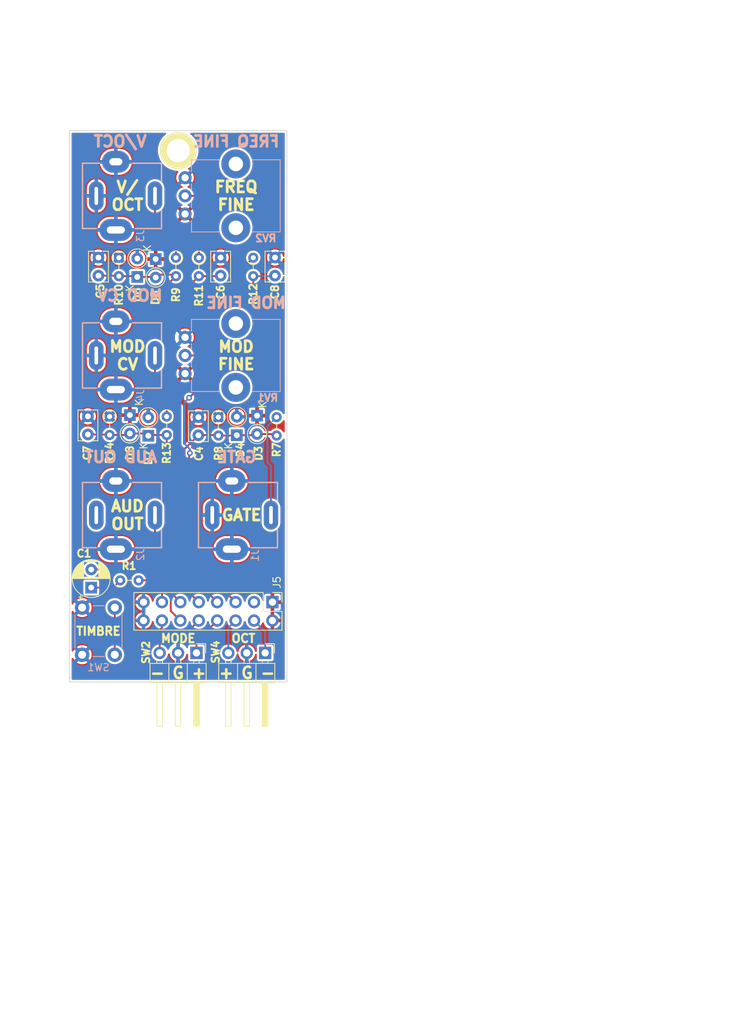
<source format=kicad_pcb>
(kicad_pcb (version 20211014) (generator pcbnew)
  (title_block (title "VCO CONTROLS PANEL") (date "2022-09-21") (rev "1") (company "LAND BOARDS, LLC"))
  (layers (0 "F.Cu" signal) (31 "B.Cu" signal) (34 "B.Paste" user) (35 "F.Paste" user) (36 "B.SilkS" user "B.Silkscreen") (37 "F.SilkS" user "F.Silkscreen") (38 "B.Mask" user) (39 "F.Mask" user) (44 "Edge.Cuts" user))
  (net 0 "")
  (net 1 "GND")
  (net 2 "+3V3")
  (net 3 "Net-(C1-Pad2)")
  (net 4 "/GATE_CTL")
  (net 5 "/FREQ_POT")
  (net 6 "/VPEROCT_CV")
  (net 7 "/MOD_POT")
  (net 8 "/MOD_CV")
  (net 9 "/AUD_OUT")
  (net 10 "/TIMBRE_PB")
  (net 11 "/MODE_UP_PB")
  (net 12 "/MODE_DN_PB")
  (net 13 "/CV")
  (net 14 "/GATE")
  (net 15 "/OCT_UP_PB")
  (net 16 "Net-(C1-Pad1)")
  (net 17 "/OCT_DN_PB")
  (net 18 "/V_OCT")
  (net 20 "/MOD_FINE")
  (net 21 "/FREQ_FINE")
  (footprint "Resistor_THT:R_Axial_DIN0204_L3.6mm_D1.6mm_P2.54mm_Vertical" (layer "F.Cu") (at 148.734 96.6 -90)
    (fp_text reference "R7" (at 4.5 0 90) (layer "F.SilkS") (effects (font (size 1.016 1.016) (thickness 0.254))))
    (fp_text value "220K")
    (pad "1" thru_hole circle (at 0 0 270) (size 1.4 1.4) (drill 0.7) (layers *.Cu *.Mask) (net 14 "/GATE"))
    (pad "2" thru_hole oval (at 2.54 0 270) (size 1.4 1.4) (drill 0.7) (layers *.Cu *.Mask) (net 4 "/GATE_CTL"))
  )
  (footprint "Diode_THT:D_DO-35_SOD27_P2.54mm_Vertical_KathodeUp" (layer "F.Cu") (at 132.049 74.810001 -90)
    (fp_text reference "D5" (at 5.311372 0.04 90) (layer "F.SilkS") (effects (font (size 1.016 1.016) (thickness 0.254))))
    (fp_text value "BAT41")
    (fp_text user "K" (at -1.515315 1.145686 90) (layer "F.SilkS"))
    (pad "1" thru_hole rect (at 0 0 270) (size 1.6 1.6) (drill 0.8) (layers *.Cu *.Mask) (net 2 "+3V3"))
    (pad "2" thru_hole oval (at 2.54 0 270) (size 1.6 1.6) (drill 0.8) (layers *.Cu *.Mask) (net 6 "/VPEROCT_CV"))
  )
  (footprint "Diode_THT:D_DO-35_SOD27_P2.54mm_Vertical_KathodeUp" (layer "F.Cu") (at 128.489 96.314315 -90)
    (fp_text reference "D8" (at 5.235685 0 90) (layer "F.SilkS") (effects (font (size 1.016 1.016) (thickness 0.254))))
    (fp_text value "BAT41")
    (fp_text user "K" (at -1.749315 -1.27 90) (layer "F.SilkS"))
    (pad "1" thru_hole rect (at 0 0 270) (size 1.6 1.6) (drill 0.8) (layers *.Cu *.Mask) (net 2 "+3V3"))
    (pad "2" thru_hole oval (at 2.54 0 270) (size 1.6 1.6) (drill 0.8) (layers *.Cu *.Mask) (net 8 "/MOD_CV"))
  )
  (footprint "Connector_PinHeader_2.54mm:PinHeader_1x03_P2.54mm_Horizontal" (layer "F.Cu") (at 137.679 129.1 -90)
    (fp_text reference "SW2" (at -0.070002 6.969989 -90) (layer "F.SilkS") (effects (font (size 1.016 1.016) (thickness 0.254))))
    (fp_text value "SW_SPDT_MSM")
    (pad "1" thru_hole rect (at 0 0 270) (size 1.7 1.7) (drill 1) (layers *.Cu *.Mask) (net 11 "/MODE_UP_PB"))
    (pad "2" thru_hole oval (at 0 2.54 270) (size 1.7 1.7) (drill 1) (layers *.Cu *.Mask) (net 1 "GND"))
    (pad "3" thru_hole oval (at 0 5.08 270) (size 1.7 1.7) (drill 1) (layers *.Cu *.Mask) (net 12 "/MODE_DN_PB"))
  )
  (footprint "Diode_THT:D_DO-35_SOD27_P2.54mm_Vertical_KathodeUp" (layer "F.Cu") (at 129.509 77.275686 90)
    (fp_text reference "D6" (at -2.46 0 90) (layer "F.SilkS") (effects (font (size 1.016 1.016) (thickness 0.254))))
    (fp_text value "BAT41")
    (fp_text user "K" (at -1.552314 -1.016 90) (layer "F.SilkS"))
    (pad "1" thru_hole rect (at 0 0 90) (size 1.6 1.6) (drill 0.8) (layers *.Cu *.Mask) (net 6 "/VPEROCT_CV"))
    (pad "2" thru_hole oval (at 2.54 0 90) (size 1.6 1.6) (drill 0.8) (layers *.Cu *.Mask) (net 1 "GND"))
  )
  (footprint "Resistor_THT:R_Axial_DIN0204_L3.6mm_D1.6mm_P2.54mm_Vertical" (layer "F.Cu") (at 133.569 96.52 -90)
    (fp_text reference "R13" (at 5.03 0 90) (layer "F.SilkS") (effects (font (size 1.016 1.016) (thickness 0.254))))
    (fp_text value "22K")
    (pad "1" thru_hole circle (at 0 0 270) (size 1.4 1.4) (drill 0.7) (layers *.Cu *.Mask) (net 13 "/CV"))
    (pad "2" thru_hole oval (at 2.54 0 270) (size 1.4 1.4) (drill 0.7) (layers *.Cu *.Mask) (net 8 "/MOD_CV"))
  )
  (footprint "Resistor_THT:R_Axial_DIN0204_L3.6mm_D1.6mm_P2.54mm_Vertical" (layer "F.Cu") (at 145.509 74.63 -90)
    (fp_text reference "R12" (at 5 0 90) (layer "F.SilkS") (effects (font (size 1.016 1.016) (thickness 0.254))))
    (fp_text value "1K")
    (pad "1" thru_hole circle (at 0 0 270) (size 1.4 1.4) (drill 0.7) (layers *.Cu *.Mask) (net 20 "/MOD_FINE"))
    (pad "2" thru_hole oval (at 2.54 0 270) (size 1.4 1.4) (drill 0.7) (layers *.Cu *.Mask) (net 7 "/MOD_POT"))
  )
  (footprint "Capacitor_THT:C_Rect_L4.0mm_W2.5mm_P2.50mm" (layer "F.Cu") (at 137.939 99.1 90)
    (fp_text reference "C4" (at -2.53 0.074 90) (layer "F.SilkS") (effects (font (size 1.016 1.016) (thickness 0.254))))
    (fp_text value "0.01uF")
    (pad "1" thru_hole circle (at 0 0 90) (size 1.6 1.6) (drill 0.8) (layers *.Cu *.Mask) (net 4 "/GATE_CTL"))
    (pad "2" thru_hole circle (at 2.5 0 90) (size 1.6 1.6) (drill 0.8) (layers *.Cu *.Mask) (net 1 "GND"))
  )
  (footprint "Capacitor_THT:C_Rect_L4.0mm_W2.5mm_P2.50mm" (layer "F.Cu") (at 124.154 77.1 90)
    (fp_text reference "C5" (at -2.135686 0.249314 90) (layer "F.SilkS") (effects (font (size 1.016 1.016) (thickness 0.254))))
    (fp_text value "0.01uF")
    (pad "1" thru_hole circle (at 0 0 90) (size 1.6 1.6) (drill 0.8) (layers *.Cu *.Mask) (net 6 "/VPEROCT_CV"))
    (pad "2" thru_hole circle (at 2.5 0 90) (size 1.6 1.6) (drill 0.8) (layers *.Cu *.Mask) (net 1 "GND"))
  )
  (footprint "Connector_PinHeader_2.54mm:PinHeader_1x03_P2.54mm_Horizontal" (layer "F.Cu") (at 147.154 129.1 -90)
    (fp_text reference "SW4" (at -0.127 6.842989 -90) (layer "F.SilkS") (effects (font (size 1.016 1.016) (thickness 0.254))))
    (fp_text value "SW_SPDT_MSM")
    (pad "1" thru_hole rect (at 0 0 270) (size 1.7 1.7) (drill 1) (layers *.Cu *.Mask) (net 17 "/OCT_DN_PB"))
    (pad "2" thru_hole oval (at 0 2.54 270) (size 1.7 1.7) (drill 1) (layers *.Cu *.Mask) (net 1 "GND"))
    (pad "3" thru_hole oval (at 0 5.08 270) (size 1.7 1.7) (drill 1) (layers *.Cu *.Mask) (net 15 "/OCT_UP_PB"))
  )
  (footprint "Diode_THT:D_DO-35_SOD27_P2.54mm_Vertical_KathodeUp" (layer "F.Cu") (at 143.24 99.09 90)
    (fp_text reference "D4" (at -2.01 0.494 90) (layer "F.SilkS") (effects (font (size 1.016 1.016) (thickness 0.254))))
    (fp_text value "BAT41")
    (fp_text user "K" (at -1.466628 -1.143 90) (layer "F.SilkS"))
    (pad "1" thru_hole rect (at 0 0 90) (size 1.6 1.6) (drill 0.8) (layers *.Cu *.Mask) (net 4 "/GATE_CTL"))
    (pad "2" thru_hole oval (at 2.54 0 90) (size 1.6 1.6) (drill 0.8) (layers *.Cu *.Mask) (net 1 "GND"))
  )
  (footprint "Resistor_THT:R_Axial_DIN0204_L3.6mm_D1.6mm_P2.54mm_Vertical" (layer "F.Cu") (at 140.7 96.6 -90)
    (fp_text reference "R8" (at 5 -0.034 90) (layer "F.SilkS") (effects (font (size 1.016 1.016) (thickness 0.254))))
    (fp_text value "330K")
    (pad "1" thru_hole circle (at 0 0 270) (size 1.4 1.4) (drill 0.7) (layers *.Cu *.Mask) (net 1 "GND"))
    (pad "2" thru_hole oval (at 2.54 0 270) (size 1.4 1.4) (drill 0.7) (layers *.Cu *.Mask) (net 4 "/GATE_CTL"))
  )
  (footprint "Resistor_THT:R_Axial_DIN0204_L3.6mm_D1.6mm_P2.54mm_Vertical" (layer "F.Cu") (at 134.843 74.63 -90)
    (fp_text reference "R9" (at 5.105686 0 90) (layer "F.SilkS") (effects (font (size 1.016 1.016) (thickness 0.254))))
    (fp_text value "220K")
    (pad "1" thru_hole circle (at 0 0 270) (size 1.4 1.4) (drill 0.7) (layers *.Cu *.Mask) (net 18 "/V_OCT"))
    (pad "2" thru_hole oval (at 2.54 0 270) (size 1.4 1.4) (drill 0.7) (layers *.Cu *.Mask) (net 6 "/VPEROCT_CV"))
  )
  (footprint "Capacitor_THT:C_Rect_L4.0mm_W2.5mm_P2.50mm" (layer "F.Cu") (at 122.699 98.99 90)
    (fp_text reference "C7" (at -2.56 -0.08 90) (layer "F.SilkS") (effects (font (size 1.016 1.016) (thickness 0.254))))
    (fp_text value "0.01uF")
    (pad "1" thru_hole circle (at 0 0 90) (size 1.6 1.6) (drill 0.8) (layers *.Cu *.Mask) (net 8 "/MOD_CV"))
    (pad "2" thru_hole circle (at 2.5 0 90) (size 1.6 1.6) (drill 0.8) (layers *.Cu *.Mask) (net 1 "GND"))
  )
  (footprint "LandBoards_MountHoles:MTG-4-40-SMALL" (layer "F.Cu") (at 135.154 59.85)
    (fp_text reference "MTG1" hide)
    (fp_text value "MTG_HOLE" hide)
    (pad "1" thru_hole circle locked (at 0 0) (size 5 5) (drill 3.175) (layers *.Cu *.Mask "F.SilkS"))
  )
  (footprint "Diode_THT:D_DO-35_SOD27_P2.54mm_Vertical_KathodeUp" (layer "F.Cu") (at 131.029 99.165686 90)
    (fp_text reference "D7" (at -3.019314 0 90) (layer "F.SilkS") (effects (font (size 1.016 1.016) (thickness 0.254))))
    (fp_text value "BAT41")
    (fp_text user "K" (at -1.397 -0.635 90) (layer "F.SilkS"))
    (pad "1" thru_hole rect (at 0 0 90) (size 1.6 1.6) (drill 0.8) (layers *.Cu *.Mask) (net 8 "/MOD_CV"))
    (pad "2" thru_hole oval (at 2.54 0 90) (size 1.6 1.6) (drill 0.8) (layers *.Cu *.Mask) (net 1 "GND"))
  )
  (footprint "Resistor_THT:R_Axial_DIN0204_L3.6mm_D1.6mm_P2.54mm_Vertical" (layer "F.Cu") (at 127.154 119.1)
    (fp_text reference "R1" (at 1.22 -2 180) (layer "F.SilkS") (effects (font (size 1.016 1.016) (thickness 0.254))))
    (fp_text value "330")
    (pad "1" thru_hole circle (at 0 0) (size 1.4 1.4) (drill 0.7) (layers *.Cu *.Mask) (net 16 "Net-(C1-Pad1)"))
    (pad "2" thru_hole oval (at 2.54 0) (size 1.4 1.4) (drill 0.7) (layers *.Cu *.Mask) (net 9 "/AUD_OUT"))
  )
  (footprint "" (layer "F.Cu") (at 187.654 172.6)
    (fp_text reference "" (at 0 0) (layer "F.SilkS") (effects (font (size 1.27 1.27))))
    (fp_text value "" (at 0 0) (layer "F.SilkS") (effects (font (size 1.27 1.27))))
    (pad "" np_thru_hole oval (at 0 0) (size 12 3.2) (drill oval 12 3.2) (layers F&B.Cu *.Mask))
  )
  (footprint "Diode_THT:D_DO-35_SOD27_P2.54mm_Vertical_KathodeUp" (layer "F.Cu") (at 146.034 96.394315 -90)
    (fp_text reference "D3" (at 5.205685 -0.2 90) (layer "F.SilkS") (effects (font (size 1.016 1.016) (thickness 0.254))))
    (fp_text value "BAT41")
    (fp_text user "K" (at -1.524001 -0.762 90) (layer "F.SilkS"))
    (pad "1" thru_hole rect (at 0 0 270) (size 1.6 1.6) (drill 0.8) (layers *.Cu *.Mask) (net 2 "+3V3"))
    (pad "2" thru_hole oval (at 2.54 0 270) (size 1.6 1.6) (drill 0.8) (layers *.Cu *.Mask) (net 4 "/GATE_CTL"))
  )
  (footprint "Connector_PinHeader_2.54mm:PinHeader_2x08_P2.54mm_Vertical" (layer "F.Cu") (at 148.154 122.1 -90)
    (fp_text reference "J5" (at -2.725 -0.625 90) (layer "F.SilkS"))
    (fp_text value "Conn_01x16")
    (pad "1" thru_hole rect (at 0 0 270) (size 1.7 1.7) (drill 1) (layers *.Cu *.Mask) (net 2 "+3V3"))
    (pad "2" thru_hole oval (at 2.54 0 270) (size 1.7 1.7) (drill 1) (layers *.Cu *.Mask) (net 2 "+3V3"))
    (pad "3" thru_hole oval (at 0 2.54 270) (size 1.7 1.7) (drill 1) (layers *.Cu *.Mask))
    (pad "4" thru_hole oval (at 2.54 2.54 270) (size 1.7 1.7) (drill 1) (layers *.Cu *.Mask) (net 17 "/OCT_DN_PB"))
    (pad "5" thru_hole oval (at 0 5.08 270) (size 1.7 1.7) (drill 1) (layers *.Cu *.Mask) (net 7 "/MOD_POT"))
    (pad "6" thru_hole oval (at 2.54 5.08 270) (size 1.7 1.7) (drill 1) (layers *.Cu *.Mask) (net 15 "/OCT_UP_PB"))
    (pad "7" thru_hole oval (at 0 7.62 270) (size 1.7 1.7) (drill 1) (layers *.Cu *.Mask) (net 4 "/GATE_CTL"))
    (pad "8" thru_hole oval (at 2.54 7.62 270) (size 1.7 1.7) (drill 1) (layers *.Cu *.Mask) (net 11 "/MODE_UP_PB"))
    (pad "9" thru_hole oval (at 0 10.16 270) (size 1.7 1.7) (drill 1) (layers *.Cu *.Mask) (net 5 "/FREQ_POT"))
    (pad "10" thru_hole oval (at 2.54 10.16 270) (size 1.7 1.7) (drill 1) (layers *.Cu *.Mask) (net 12 "/MODE_DN_PB"))
    (pad "11" thru_hole oval (at 0 12.7 270) (size 1.7 1.7) (drill 1) (layers *.Cu *.Mask) (net 6 "/VPEROCT_CV"))
    (pad "12" thru_hole oval (at 2.54 12.7 270) (size 1.7 1.7) (drill 1) (layers *.Cu *.Mask) (net 8 "/MOD_CV"))
    (pad "13" thru_hole oval (at 0 15.24 270) (size 1.7 1.7) (drill 1) (layers *.Cu *.Mask) (net 9 "/AUD_OUT"))
    (pad "14" thru_hole oval (at 2.54 15.24 270) (size 1.7 1.7) (drill 1) (layers *.Cu *.Mask) (net 10 "/TIMBRE_PB"))
    (pad "15" thru_hole oval (at 0 17.78 270) (size 1.7 1.7) (drill 1) (layers *.Cu *.Mask) (net 1 "GND"))
    (pad "16" thru_hole oval (at 2.54 17.78 270) (size 1.7 1.7) (drill 1) (layers *.Cu *.Mask) (net 1 "GND"))
  )
  (footprint "Resistor_THT:R_Axial_DIN0204_L3.6mm_D1.6mm_P2.54mm_Vertical" (layer "F.Cu") (at 138.009 74.63 -90)
    (fp_text reference "R11" (at 5.22 0 -90) (layer "F.SilkS") (effects (font (size 1.016 1.016) (thickness 0.254))))
    (fp_text value "1K")
    (pad "1" thru_hole circle (at 0 0 270) (size 1.4 1.4) (drill 0.7) (layers *.Cu *.Mask) (net 21 "/FREQ_FINE"))
    (pad "2" thru_hole oval (at 2.54 0 270) (size 1.4 1.4) (drill 0.7) (layers *.Cu *.Mask) (net 5 "/FREQ_POT"))
  )
  (footprint "Resistor_THT:R_Axial_DIN0204_L3.6mm_D1.6mm_P2.54mm_Vertical" (layer "F.Cu") (at 125.694 96.52 -90)
    (fp_text reference "R14" (at 5.03 0 90) (layer "F.SilkS") (effects (font (size 1.016 1.016) (thickness 0.254))))
    (fp_text value "33K")
    (pad "1" thru_hole circle (at 0 0 270) (size 1.4 1.4) (drill 0.7) (layers *.Cu *.Mask) (net 1 "GND"))
    (pad "2" thru_hole oval (at 2.54 0 270) (size 1.4 1.4) (drill 0.7) (layers *.Cu *.Mask) (net 8 "/MOD_CV"))
  )
  (footprint "Capacitor_THT:C_Rect_L4.0mm_W2.5mm_P2.50mm" (layer "F.Cu") (at 148.509 77.1 90)
    (fp_text reference "C8" (at -2.25 0 90) (layer "F.SilkS") (effects (font (size 1.016 1.016) (thickness 0.254))))
    (fp_text value "0.1uF")
    (pad "1" thru_hole circle (at 0 0 90) (size 1.6 1.6) (drill 0.8) (layers *.Cu *.Mask) (net 7 "/MOD_POT"))
    (pad "2" thru_hole circle (at 2.5 0 90) (size 1.6 1.6) (drill 0.8) (layers *.Cu *.Mask) (net 1 "GND"))
  )
  (footprint "Capacitor_THT:CP_Radial_D5.0mm_P2.50mm" (layer "F.Cu") (at 123.154 120.1 90)
    (fp_text reference "C1" (at 4.705113 -1 180) (layer "F.SilkS") (effects (font (size 1.016 1.016) (thickness 0.254))))
    (fp_text value "47uF")
    (pad "1" thru_hole rect (at 0 0 90) (size 1.6 1.6) (drill 0.8) (layers *.Cu *.Mask) (net 16 "Net-(C1-Pad1)"))
    (pad "2" thru_hole circle (at 2.5 0 90) (size 1.6 1.6) (drill 0.8) (layers *.Cu *.Mask) (net 3 "Net-(C1-Pad2)"))
  )
  (footprint "" (layer "F.Cu") (at 187.654 50.1)
    (fp_text reference "" (at 0 0) (layer "F.SilkS") (effects (font (size 1.27 1.27))))
    (fp_text value "" (at 0 0) (layer "F.SilkS") (effects (font (size 1.27 1.27))))
    (pad "" np_thru_hole oval (at 0 0) (size 12 3.2) (drill oval 12 3.2) (layers F&B.Cu *.Mask))
  )
  (footprint "Resistor_THT:R_Axial_DIN0204_L3.6mm_D1.6mm_P2.54mm_Vertical" (layer "F.Cu") (at 126.969 74.63 -90)
    (fp_text reference "R10" (at 5.105686 0 90) (layer "F.SilkS") (effects (font (size 1.016 1.016) (thickness 0.254))))
    (fp_text value "330K")
    (pad "1" thru_hole circle (at 0 0 270) (size 1.4 1.4) (drill 0.7) (layers *.Cu *.Mask) (net 1 "GND"))
    (pad "2" thru_hole oval (at 2.54 0 270) (size 1.4 1.4) (drill 0.7) (layers *.Cu *.Mask) (net 6 "/VPEROCT_CV"))
  )
  (footprint "Capacitor_THT:C_Rect_L4.0mm_W2.5mm_P2.50mm" (layer "F.Cu") (at 141.009 77.1 90)
    (fp_text reference "C6" (at -2.25 0 90) (layer "F.SilkS") (effects (font (size 1.016 1.016) (thickness 0.254))))
    (fp_text value "0.1uF")
    (pad "1" thru_hole circle (at 0 0 90) (size 1.6 1.6) (drill 0.8) (layers *.Cu *.Mask) (net 5 "/FREQ_POT"))
    (pad "2" thru_hole circle (at 2.5 0 90) (size 1.6 1.6) (drill 0.8) (layers *.Cu *.Mask) (net 1 "GND"))
  )
  (footprint "Potentiometer_THT:Potentiometer_Bourns_PTV09A-1_Single_Vertical" (layer "B.Cu") (at 136.104 63.6)
    (fp_text reference "RV2" (at 11.13 8.342) (layer "B.SilkS") (effects (font (size 1.016 1.016) (thickness 0.254)) (justify mirror)))
    (fp_text value "10K")
    (pad "" np_thru_hole circle (at 7 -1.9) (size 4 4) (drill 2) (layers *.Cu *.Mask))
    (pad "" np_thru_hole circle (at 7 6.9) (size 4 4) (drill 2) (layers *.Cu *.Mask))
    (pad "1" thru_hole circle (at 0 0) (size 1.8 1.8) (drill 1) (layers *.Cu *.Mask) (net 1 "GND"))
    (pad "2" thru_hole circle (at 0 2.5) (size 1.8 1.8) (drill 1) (layers *.Cu *.Mask) (net 21 "/FREQ_FINE"))
    (pad "3" thru_hole circle (at 0 5) (size 1.8 1.8) (drill 1) (layers *.Cu *.Mask) (net 2 "+3V3"))
  )
  (footprint "Button_Switch_THT:SW_PUSH_6mm_H5mm" (layer "B.Cu") (at 121.904 122.85 -90)
    (fp_text reference "SW1" (at 8.25 -2.25 180) (layer "B.SilkS") (effects (justify mirror)))
    (fp_text value "SW_Push")
    (pad "1" thru_hole circle (at 0 0 180) (size 2 2) (drill 1.1) (layers *.Cu *.Mask) (net 1 "GND"))
    (pad "1" thru_hole circle (at 6.5 0 180) (size 2 2) (drill 1.1) (layers *.Cu *.Mask) (net 1 "GND"))
    (pad "2" thru_hole circle (at 0 -4.5 180) (size 2 2) (drill 1.1) (layers *.Cu *.Mask) (net 10 "/TIMBRE_PB"))
    (pad "2" thru_hole circle (at 6.5 -4.5 180) (size 2 2) (drill 1.1) (layers *.Cu *.Mask) (net 10 "/TIMBRE_PB"))
  )
  (footprint "AudioJacks:Jack_3.5mm_QingPu_WQP-PJ301BM_Vertical" (layer "B.Cu") (at 127.154 88.1 90)
    (fp_text reference "J4" (at -5.507 2.794 270) (layer "B.SilkS") (effects (justify mirror)))
    (fp_text value "PJ-301BM")
    (pad "S" thru_hole oval locked (at -4.7 -0.6) (size 4.5 3) (drill oval 2.5 1) (layers *.Cu *.Mask) (net 1 "GND"))
    (pad "S" thru_hole oval locked (at 4.7 -0.6) (size 3.8 3) (drill oval 1.8 1) (layers *.Cu *.Mask) (net 1 "GND"))
    (pad "T" thru_hole oval locked (at 0 4.8 90) (size 4 2) (drill oval 2.5 0.5) (layers *.Cu *.Mask) (net 13 "/CV"))
    (pad "TN" thru_hole oval locked (at 0 -3.3 90) (size 4 2) (drill oval 2.5 0.5) (layers *.Cu *.Mask) (net 1 "GND"))
  )
  (footprint "Potentiometer_THT:Potentiometer_Bourns_PTV09A-1_Single_Vertical" (layer "B.Cu") (at 136.104 85.6)
    (fp_text reference "RV1" (at 11.384 8.342) (layer "B.SilkS") (effects (font (size 1.016 1.016) (thickness 0.254)) (justify mirror)))
    (fp_text value "10K")
    (pad "" np_thru_hole circle (at 7 -1.9) (size 4 4) (drill 2) (layers *.Cu *.Mask))
    (pad "" np_thru_hole circle (at 7 6.9) (size 4 4) (drill 2) (layers *.Cu *.Mask))
    (pad "1" thru_hole circle (at 0 0) (size 1.8 1.8) (drill 1) (layers *.Cu *.Mask) (net 1 "GND"))
    (pad "2" thru_hole circle (at 0 2.5) (size 1.8 1.8) (drill 1) (layers *.Cu *.Mask) (net 20 "/MOD_FINE"))
    (pad "3" thru_hole circle (at 0 5) (size 1.8 1.8) (drill 1) (layers *.Cu *.Mask) (net 2 "+3V3"))
  )
  (footprint "AudioJacks:Jack_3.5mm_QingPu_WQP-PJ301BM_Vertical" (layer "B.Cu") (at 143.154 110.1 90)
    (fp_text reference "J1" (at -5.588 2.605 270) (layer "B.SilkS") (effects (justify mirror)))
    (fp_text value "PJ-301BM")
    (pad "S" thru_hole oval locked (at 4.7 -0.6) (size 3.8 3) (drill oval 1.8 1) (layers *.Cu *.Mask) (net 1 "GND"))
    (pad "S" thru_hole oval locked (at -4.7 -0.6) (size 4.5 3) (drill oval 2.5 1) (layers *.Cu *.Mask) (net 1 "GND"))
    (pad "T" thru_hole oval locked (at 0 4.8 90) (size 4 2) (drill oval 2.5 0.5) (layers *.Cu *.Mask) (net 14 "/GATE"))
    (pad "TN" thru_hole oval locked (at 0 -3.3 90) (size 4 2) (drill oval 2.5 0.5) (layers *.Cu *.Mask) (net 1 "GND"))
  )
  (footprint "AudioJacks:Jack_3.5mm_QingPu_WQP-PJ301BM_Vertical" (layer "B.Cu") (at 127.154 66.1 90)
    (fp_text reference "J3" (at -5.507 2.794 270) (layer "B.SilkS") (effects (justify mirror)))
    (fp_text value "PJ-301BM")
    (pad "S" thru_hole oval locked (at 4.7 -0.6) (size 3.8 3) (drill oval 1.8 1) (layers *.Cu *.Mask) (net 1 "GND"))
    (pad "S" thru_hole oval locked (at -4.7 -0.6) (size 4.5 3) (drill oval 2.5 1) (layers *.Cu *.Mask) (net 1 "GND"))
    (pad "T" thru_hole oval locked (at 0 4.8 90) (size 4 2) (drill oval 2.5 0.5) (layers *.Cu *.Mask) (net 18 "/V_OCT"))
    (pad "TN" thru_hole oval locked (at 0 -3.3 90) (size 4 2) (drill oval 2.5 0.5) (layers *.Cu *.Mask) (net 1 "GND"))
  )
  (footprint "AudioJacks:Jack_3.5mm_QingPu_WQP-PJ301BM_Vertical" (layer "B.Cu") (at 127.154 110.1 90)
    (fp_text reference "J2" (at -5.461 2.794 270) (layer "B.SilkS") (effects (justify mirror)))
    (fp_text value "PJ-301BM")
    (pad "S" thru_hole oval locked (at 4.7 -0.6) (size 3.8 3) (drill oval 1.8 1) (layers *.Cu *.Mask) (net 1 "GND"))
    (pad "S" thru_hole oval locked (at -4.7 -0.6) (size 4.5 3) (drill oval 2.5 1) (layers *.Cu *.Mask) (net 1 "GND"))
    (pad "T" thru_hole oval locked (at 0 4.8 90) (size 4 2) (drill oval 2.5 0.5) (layers *.Cu *.Mask) (net 3 "Net-(C1-Pad2)"))
    (pad "TN" thru_hole oval locked (at 0 -3.3 90) (size 4 2) (drill oval 2.5 0.5) (layers *.Cu *.Mask))
  )
  (gr_rect (start 120.154 57.1) (end 150.154 133.1) (layer "Edge.Cuts") (width 0.1) (fill none))
  (gr_text "GATE" (at 143.234 102.1) (layer "B.SilkS") (effects (font (size 1.524 1.524) (thickness 0.381)) (justify mirror)))
  (gr_text "AUD OUT" (at 127.234 102.1) (layer "B.SilkS") (effects (font (size 1.524 1.524) (thickness 0.381)) (justify mirror)))
  (gr_text "FREQ FINE" (at 143.154 58.6) (layer "B.SilkS") (effects (font (size 1.5 1.5) (thickness 0.375)) (justify mirror)))
  (gr_text "MOD FINE" (at 144.509 80.85) (layer "B.SilkS") (effects (font (size 1.5 1.5) (thickness 0.375)) (justify mirror)))
  (gr_text "MOD CV" (at 128.509 79.85) (layer "B.SilkS") (effects (font (size 1.524 1.524) (thickness 0.381)) (justify mirror)))
  (gr_text "V/OCT" (at 127.154 58.6) (layer "B.SilkS") (effects (font (size 1.524 1.524) (thickness 0.381)) (justify mirror)))
  (gr_text "MOD\nFINE" (at 143.154 88.1) (layer "F.SilkS") (effects (font (size 1.5 1.5) (thickness 0.375))))
  (gr_text "- G +" (at 135.154 131.85) (layer "F.SilkS") (effects (font (size 1.5748 1.524) (thickness 0.34925))))
  (gr_text "MODE" (at 135.154 127.1) (layer "F.SilkS") (effects (font (size 1.143 1.143) (thickness 0.28575))))
  (gr_text "GATE" (at 143.904 110.1) (layer "F.SilkS") (effects (font (size 1.524 1.524) (thickness 0.381))))
  (gr_text "TIMBRE" (at 124.154 126.1) (layer "F.SilkS") (effects (font (size 1.143 1.143) (thickness 0.28575))))
  (gr_text "AUD\nOUT" (at 128.154 110.1) (layer "F.SilkS") (effects (font (size 1.524 1.524) (thickness 0.381))))
  (gr_text "V/\nOCT" (at 128.154 66.1) (layer "F.SilkS") (effects (font (size 1.524 1.524) (thickness 0.381))))
  (gr_text "OCT" (at 144.154 127.1) (layer "F.SilkS") (effects (font (size 1.143 1.143) (thickness 0.28575))))
  (gr_text "MOD\nCV" (at 128.154 88.1) (layer "F.SilkS") (effects (font (size 1.524 1.524) (thickness 0.381))))
  (gr_text "FREQ\nFINE" (at 143.154 66.1) (layer "F.SilkS") (effects (font (size 1.524 1.524) (thickness 0.381))))
  (gr_text "+ G -" (at 144.654 131.85) (layer "F.SilkS") (effects (font (size 1.5748 1.524) (thickness 0.34925))))
  (segment (start 131.954 114.52) (end 131.954 110.1) (width 0.254) (layer "F.Cu") (net 3))
  (segment (start 128.874 117.6) (end 131.954 114.52) (width 0.254) (layer "F.Cu") (net 3))
  (segment (start 123.154 117.6) (end 128.874 117.6) (width 0.254) (layer "F.Cu") (net 3))
  (segment (start 143.24 99.09) (end 145.878315 99.09) (width 0.25) (layer "F.Cu") (net 4))
  (segment (start 136.034 100.915) (end 136.124 100.915) (width 0.254) (layer "F.Cu") (net 4))
  (segment (start 136.124 100.915) (end 137.939 99.1) (width 0.254) (layer "F.Cu") (net 4))
  (segment (start 146.034 98.934315) (end 148.528315 98.934315) (width 0.25) (layer "F.Cu") (net 4))
  (segment (start 140.534 122.1) (end 136.034 117.6) (width 0.254) (layer "F.Cu") (net 4))
  (segment (start 140.7 99.14) (end 143.19 99.14) (width 0.25) (layer "F.Cu") (net 4))
  (segment (start 136.034 117.6) (end 136.034 100.915) (width 0.254) (layer "F.Cu") (net 4))
  (segment (start 138.16 99.07) (end 140.63 99.07) (width 0.25) (layer "F.Cu") (net 4))
  (segment (start 138.009 77.17) (end 140.939 77.17) (width 0.254) (layer "F.Cu") (net 5))
  (segment (start 134.58252 94.377146) (end 134.58252 80.59648) (width 0.254) (layer "F.Cu") (net 5))
  (segment (start 135.399 95.193626) (end 134.58252 94.377146) (width 0.254) (layer "F.Cu") (net 5))
  (segment (start 134.58252 80.59648) (end 138.009 77.17) (width 0.254) (layer "F.Cu") (net 5))
  (segment (start 135.399 119.505) (end 135.399 95.193626) (width 0.254) (layer "F.Cu") (net 5))
  (segment (start 137.994 122.1) (end 135.399 119.505) (width 0.254) (layer "F.Cu") (net 5))
  (segment (start 134.129 77.884) (end 134.843 77.17) (width 0.254) (layer "F.Cu") (net 6))
  (segment (start 129.509 77.275686) (end 131.737628 77.275686) (width 0.25) (layer "F.Cu") (net 6))
  (segment (start 134.595511 117.412009) (end 134.595511 95.031511) (width 0.254) (layer "F.Cu") (net 6))
  (segment (start 132.049 76.964314) (end 134.637314 76.964314) (width 0.25) (layer "F.Cu") (net 6))
  (segment (start 134.595511 95.031511) (end 134.129 94.565) (width 0.254) (layer "F.Cu") (net 6))
  (segment (start 134.58252 121.22852) (end 134.58252 117.425) (width 0.254) (layer "F.Cu") (net 6))
  (segment (start 134.58252 117.425) (end 134.595511 117.412009) (width 0.254) (layer "F.Cu") (net 6))
  (segment (start 126.969 77.17) (end 129.403314 77.17) (width 0.25) (layer "F.Cu") (net 6))
  (segment (start 134.129 94.565) (end 134.129 77.884) (width 0.254) (layer "F.Cu") (net 6))
  (segment (start 135.454 122.1) (end 134.58252 121.22852) (width 0.254) (layer "F.Cu") (net 6))
  (segment (start 124.154 77.1) (end 126.899 77.1) (width 0.25) (layer "F.Cu") (net 6))
  (segment (start 142.384 88.215) (end 144.924 88.215) (width 0.254) (layer "F.Cu") (net 7))
  (segment (start 144.924 88.215) (end 146.194 86.945) (width 0.254) (layer "F.Cu") (net 7))
  (segment (start 136.669 101.6415) (end 136.7605 101.55) (width 0.254) (layer "F.Cu") (net 7))
  (segment (start 136.669 115.695) (end 136.669 101.6415) (width 0.254) (layer "F.Cu") (net 7))
  (segment (start 146.194 79.96) (end 145.509 79.275) (width 0.254) (layer "F.Cu") (net 7))
  (segment (start 143.074 122.1) (end 136.669 115.695) (width 0.254) (layer "F.Cu") (net 7))
  (segment (start 145.509 79.275) (end 145.509 77.17) (width 0.254) (layer "F.Cu") (net 7))
  (segment (start 146.194 86.945) (end 146.194 79.96) (width 0.254) (layer "F.Cu") (net 7))
  (segment (start 136.669 93.93) (end 142.384 88.215) (width 0.254) (layer "F.Cu") (net 7))
  (via (at 136.7605 101.55) (size 0.8) (drill 0.4) (layers "F.Cu" "B.Cu") (net 7))
  (via (at 136.669 93.93) (size 0.8) (drill 0.4) (layers "F.Cu" "B.Cu") (net 7))
  (segment (start 136.034 99.01) (end 136.034 94.565) (width 0.254) (layer "B.Cu") (net 7))
  (segment (start 136.7605 101.0065) (end 136.034 100.28) (width 0.254) (layer "B.Cu") (net 7))
  (segment (start 145.509 77.17) (end 148.439 77.17) (width 0.254) (layer "B.Cu") (net 7))
  (segment (start 136.7605 101.55) (end 136.7605 101.0065) (width 0.254) (layer "B.Cu") (net 7))
  (segment (start 136.034 94.565) (end 136.669 93.93) (width 0.254) (layer "B.Cu") (net 7))
  (segment (start 136.034 100.28) (end 136.034 99.01) (width 0.254) (layer "B.Cu") (net 7))
  (segment (start 133.494 102.185) (end 133.569 102.11) (width 0.254) (layer "F.Cu") (net 8))
  (segment (start 125.694 99.06) (end 128.283315 99.06) (width 0.25) (layer "F.Cu") (net 8))
  (segment (start 134.129 123.315) (end 134.129 102.82) (width 0.254) (layer "F.Cu") (net 8))
  (segment (start 134.129 102.82) (end 133.494 102.185) (width 0.254) (layer "F.Cu") (net 8))
  (segment (start 135.454 124.64) (end 134.129 123.315) (width 0.254) (layer "F.Cu") (net 8))
  (segment (start 123.154 98.99) (end 125.624 98.99) (width 0.25) (layer "F.Cu") (net 8))
  (segment (start 128.489 98.854315) (end 130.717629 98.854315) (width 0.25) (layer "F.Cu") (net 8))
  (segment (start 133.569 99.06) (end 131.134686 99.06) (width 0.25) (layer "F.Cu") (net 8))
  (segment (start 133.569 102.11) (end 133.569 99.06) (width 0.254) (layer "F.Cu") (net 8))
  (segment (start 131.994 119.1) (end 132.914 120.02) (width 0.254) (layer "F.Cu") (net 9))
  (segment (start 129.694 119.1) (end 131.994 119.1) (width 0.254) (layer "F.Cu") (net 9))
  (segment (start 132.914 122.1) (end 132.914 120.02) (width 0.254) (layer "F.Cu") (net 9))
  (segment (start 126.404 126.845) (end 126.404 129.35) (width 0.254) (layer "F.Cu") (net 10))
  (segment (start 131.694 126.845) (end 126.404 126.845) (width 0.254) (layer "F.Cu") (net 10))
  (segment (start 132.914 125.625) (end 131.694 126.845) (width 0.254) (layer "F.Cu") (net 10))
  (segment (start 126.404 122.85) (end 126.404 126.845) (width 0.254) (layer "F.Cu") (net 10))
  (segment (start 132.914 124.64) (end 132.914 125.625) (width 0.254) (layer "F.Cu") (net 10))
  (segment (start 140.534 124.64) (end 137.679 127.495) (width 0.254) (layer "F.Cu") (net 11))
  (segment (start 137.679 127.495) (end 137.679 129.1) (width 0.254) (layer "F.Cu") (net 11))
  (segment (start 133.494 126.95) (end 132.599 127.845) (width 0.254) (layer "F.Cu") (net 12))
  (segment (start 135.684 126.95) (end 133.494 126.95) (width 0.254) (layer "F.Cu") (net 12))
  (segment (start 137.994 124.64) (end 135.684 126.95) (width 0.254) (layer "F.Cu") (net 12))
  (segment (start 132.599 127.845) (end 132.599 129.1) (width 0.254) (layer "F.Cu") (net 12))
  (segment (start 133.569 94.64) (end 133.569 96.52) (width 0.254) (layer "F.Cu") (net 13))
  (segment (start 131.954 88.1) (end 131.954 93.025) (width 0.254) (layer "F.Cu") (net 13))
  (segment (start 131.954 93.025) (end 133.569 94.64) (width 0.254) (layer "F.Cu") (net 13))
  (segment (start 147.954 110.1) (end 147.954 103.31) (width 0.254) (layer "B.Cu") (net 14))
  (segment (start 147.464 97.87) (end 147.464 102.82) (width 0.254) (layer "B.Cu") (net 14))
  (segment (start 147.954 103.31) (end 147.464 102.82) (width 0.254) (layer "B.Cu") (net 14))
  (segment (start 148.734 96.6) (end 147.464 97.87) (width 0.254) (layer "B.Cu") (net 14))
  (segment (start 142.074 125.64) (end 143.074 124.64) (width 0.254) (layer "B.Cu") (net 15))
  (segment (start 142.074 129.1) (end 142.074 125.64) (width 0.254) (layer "B.Cu") (net 15))
  (segment (start 126.154 120.1) (end 127.154 119.1) (width 0.254) (layer "F.Cu") (net 16))
  (segment (start 123.154 120.1) (end 126.154 120.1) (width 0.254) (layer "F.Cu") (net 16))
  (segment (start 147.154 129.1) (end 147.154 126.18) (width 0.254) (layer "B.Cu") (net 17))
  (segment (start 147.154 126.18) (end 145.614 124.64) (width 0.254) (layer "B.Cu") (net 17))
  (segment (start 131.954 69.53) (end 134.843 72.419) (width 0.254) (layer "F.Cu") (net 18))
  (segment (start 134.843 72.419) (end 134.843 74.63) (width 0.254) (layer "F.Cu") (net 18))
  (segment (start 131.954 66.1) (end 131.954 69.53) (width 0.254) (layer "F.Cu") (net 18))
  (segment (start 138.982475 87.171525) (end 138.982475 83.361525) (width 0.254) (layer "F.Cu") (net 20))
  (segment (start 143.654 76.485) (end 145.509 74.63) (width 0.254) (layer "F.Cu") (net 20))
  (segment (start 138.982475 83.361525) (end 143.654 78.69) (width 0.254) (layer "F.Cu") (net 20))
  (segment (start 136.104 88.1) (end 138.054 88.1) (width 0.254) (layer "F.Cu") (net 20))
  (segment (start 143.654 78.69) (end 143.654 76.485) (width 0.254) (layer "F.Cu") (net 20))
  (segment (start 138.054 88.1) (end 138.982475 87.171525) (width 0.254) (layer "F.Cu") (net 20))
  (segment (start 136.104 66.1) (end 138.049 66.1) (width 0.254) (layer "F.Cu") (net 21))
  (segment (start 138.574 72.34) (end 138.009 72.905) (width 0.254) (layer "F.Cu") (net 21))
  (segment (start 138.574 66.625) (end 138.574 72.34) (width 0.254) (layer "F.Cu") (net 21))
  (segment (start 138.009 72.905) (end 138.009 74.63) (width 0.254) (layer "F.Cu") (net 21))
  (segment (start 138.049 66.1) (end 138.574 66.625) (width 0.254) (layer "F.Cu") (net 21))
  (zone (net 2) (net_name "+3V3") (layer "F.Cu") (connect_pads (clearance 0.3048)) (min_thickness 0.254) (fill yes (thermal_gap 0.381) (thermal_bridge_width 0.508))
    (polygon (pts (xy 150.153998 133.1) (xy 120.153998 133.1) (xy 120.127998 57.09) (xy 150.153998 57.1)))
  )
  (zone (net 1) (net_name "GND") (layer "B.Cu") (connect_pads (clearance 0.3048)) (min_thickness 0.254) (fill yes (thermal_gap 0.508) (thermal_bridge_width 0.508))
    (polygon (pts (xy 150.154 133.1) (xy 120.127999 133.37) (xy 120.127999 57.09) (xy 150.153999 57.1)))
  )
)
</source>
